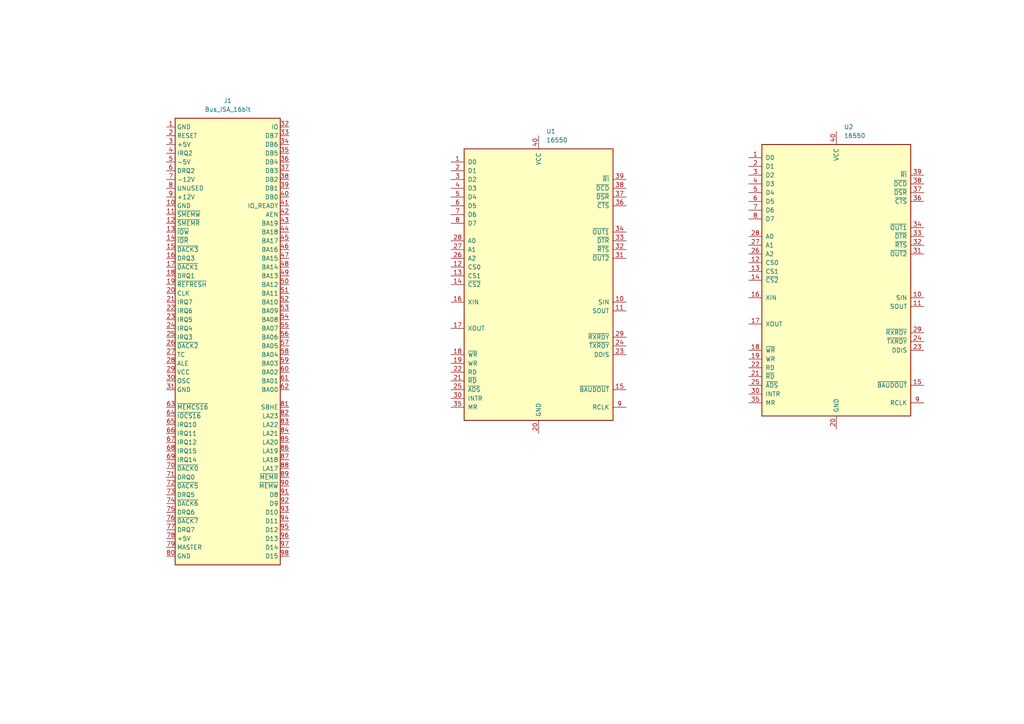
<source format=kicad_sch>
(kicad_sch (version 20231120) (generator "eeschema") (generator_version "8.0")
  (paper "A4")
  (lib_symbols
    (symbol "Connector:Bus_ISA_16bit"
      (property "Reference" "J" (at 0 67.945 0))
      (property "Value" "Bus_ISA_16bit" (at 0 -65.405 0))
      (symbol "Bus_ISA_16bit_0_1"
        (rectangle (start -15.24 -63.5) (end 15.24 66.04) (stroke (width 0.254)) (fill (type background)))
      )
      (symbol "Bus_ISA_16bit_1_1"
        (pin power_in line (at -17.78 63.5 0) (length 2.54) (name "GND") (number "1"))
        (pin power_in line (at -17.78 40.64 0) (length 2.54) (name "GND") (number "10"))
        (pin output line (at -17.78 38.1 0) (length 2.54) (name "~{SMEMW}") (number "11"))
        (pin output line (at -17.78 35.56 0) (length 2.54) (name "~{SMEMR}") (number "12"))
        (pin output line (at -17.78 33.02 0) (length 2.54) (name "~{IOW}") (number "13"))
        (pin output line (at -17.78 30.48 0) (length 2.54) (name "~{IOR}") (number "14"))
        (pin passive line (at -17.78 27.94 0) (length 2.54) (name "~{DACK3}") (number "15"))
        (pin passive line (at -17.78 25.4 0) (length 2.54) (name "DRQ3") (number "16"))
        (pin passive line (at -17.78 22.86 0) (length 2.54) (name "~{DACK1}") (number "17"))
        (pin passive line (at -17.78 20.32 0) (length 2.54) (name "DRQ1") (number "18"))
        (pin passive line (at -17.78 17.78 0) (length 2.54) (name "~{REFRESH}") (number "19"))
        (pin output line (at -17.78 60.96 0) (length 2.54) (name "RESET") (number "2"))
        (pin output line (at -17.78 15.24 0) (length 2.54) (name "CLK") (number "20"))
        (pin passive line (at -17.78 12.7 0) (length 2.54) (name "IRQ7") (number "21"))
        (pin passive line (at -17.78 10.16 0) (length 2.54) (name "IRQ6") (number "22"))
        (pin passive line (at -17.78 7.62 0) (length 2.54) (name "IRQ5") (number "23"))
        (pin passive line (at -17.78 5.08 0) (length 2.54) (name "IRQ4") (number "24"))
        (pin passive line (at -17.78 2.54 0) (length 2.54) (name "IRQ3") (number "25"))
        (pin passive line (at -17.78 0 0) (length 2.54) (name "~{DACK2}") (number "26"))
        (pin passive line (at -17.78 -2.54 0) (length 2.54) (name "TC") (number "27"))
        (pin output line (at -17.78 -5.08 0) (length 2.54) (name "ALE") (number "28"))
        (pin power_in line (at -17.78 -7.62 0) (length 2.54) (name "VCC") (number "29"))
        (pin power_in line (at -17.78 58.42 0) (length 2.54) (name "+5V") (number "3"))
        (pin output line (at -17.78 -10.16 0) (length 2.54) (name "OSC") (number "30"))
        (pin power_in line (at -17.78 -12.7 0) (length 2.54) (name "GND") (number "31"))
        (pin passive line (at 17.78 63.5 180) (length 2.54) (name "IO") (number "32"))
        (pin tri_state line (at 17.78 60.96 180) (length 2.54) (name "DB7") (number "33"))
        (pin tri_state line (at 17.78 58.42 180) (length 2.54) (name "DB6") (number "34"))
        (pin tri_state line (at 17.78 55.88 180) (length 2.54) (name "DB5") (number "35"))
        (pin tri_state line (at 17.78 53.34 180) (length 2.54) (name "DB4") (number "36"))
        (pin tri_state line (at 17.78 50.8 180) (length 2.54) (name "DB3") (number "37"))
        (pin tri_state line (at 17.78 48.26 180) (length 2.54) (name "DB2") (number "38"))
        (pin tri_state line (at 17.78 45.72 180) (length 2.54) (name "DB1") (number "39"))
        (pin passive line (at -17.78 55.88 0) (length 2.54) (name "IRQ2") (number "4"))
        (pin tri_state line (at 17.78 43.18 180) (length 2.54) (name "DB0") (number "40"))
        (pin passive line (at 17.78 40.64 180) (length 2.54) (name "IO_READY") (number "41"))
        (pin output line (at 17.78 38.1 180) (length 2.54) (name "AEN") (number "42"))
        (pin tri_state line (at 17.78 35.56 180) (length 2.54) (name "BA19") (number "43"))
        (pin tri_state line (at 17.78 33.02 180) (length 2.54) (name "BA18") (number "44"))
        (pin tri_state line (at 17.78 30.48 180) (length 2.54) (name "BA17") (number "45"))
        (pin tri_state line (at 17.78 27.94 180) (length 2.54) (name "BA16") (number "46"))
        (pin tri_state line (at 17.78 25.4 180) (length 2.54) (name "BA15") (number "47"))
        (pin tri_state line (at 17.78 22.86 180) (length 2.54) (name "BA14") (number "48"))
        (pin tri_state line (at 17.78 20.32 180) (length 2.54) (name "BA13") (number "49"))
        (pin power_in line (at -17.78 53.34 0) (length 2.54) (name "-5V") (number "5"))
        (pin tri_state line (at 17.78 17.78 180) (length 2.54) (name "BA12") (number "50"))
        (pin tri_state line (at 17.78 15.24 180) (length 2.54) (name "BA11") (number "51"))
        (pin tri_state line (at 17.78 12.7 180) (length 2.54) (name "BA10") (number "52"))
        (pin tri_state line (at 17.78 10.16 180) (length 2.54) (name "BA09") (number "53"))
        (pin tri_state line (at 17.78 7.62 180) (length 2.54) (name "BA08") (number "54"))
        (pin tri_state line (at 17.78 5.08 180) (length 2.54) (name "BA07") (number "55"))
        (pin tri_state line (at 17.78 2.54 180) (length 2.54) (name "BA06") (number "56"))
        (pin tri_state line (at 17.78 0 180) (length 2.54) (name "BA05") (number "57"))
        (pin tri_state line (at 17.78 -2.54 180) (length 2.54) (name "BA04") (number "58"))
        (pin tri_state line (at 17.78 -5.08 180) (length 2.54) (name "BA03") (number "59"))
        (pin passive line (at -17.78 50.8 0) (length 2.54) (name "DRQ2") (number "6"))
        (pin tri_state line (at 17.78 -7.62 180) (length 2.54) (name "BA02") (number "60"))
        (pin tri_state line (at 17.78 -10.16 180) (length 2.54) (name "BA01") (number "61"))
        (pin tri_state line (at 17.78 -12.7 180) (length 2.54) (name "BA00") (number "62"))
        (pin passive line (at -17.78 -17.78 0) (length 2.54) (name "~{MEMCS16}") (number "63"))
        (pin passive line (at -17.78 -20.32 0) (length 2.54) (name "~{IOCS16}") (number "64"))
        (pin passive line (at -17.78 -22.86 0) (length 2.54) (name "IRQ10") (number "65"))
        (pin passive line (at -17.78 -25.4 0) (length 2.54) (name "IRQ11") (number "66"))
        (pin passive line (at -17.78 -27.94 0) (length 2.54) (name "IRQ12") (number "67"))
        (pin passive line (at -17.78 -30.48 0) (length 2.54) (name "IRQ15") (number "68"))
        (pin passive line (at -17.78 -33.02 0) (length 2.54) (name "IRQ14") (number "69"))
        (pin power_in line (at -17.78 48.26 0) (length 2.54) (name "-12V") (number "7"))
        (pin output line (at -17.78 -35.56 0) (length 2.54) (name "~{DACK0}") (number "70"))
        (pin passive line (at -17.78 -38.1 0) (length 2.54) (name "DRQ0") (number "71"))
        (pin output line (at -17.78 -40.64 0) (length 2.54) (name "~{DACK5}") (number "72"))
        (pin passive line (at -17.78 -43.18 0) (length 2.54) (name "DRQ5") (number "73"))
        (pin output line (at -17.78 -45.72 0) (length 2.54) (name "~{DACK6}") (number "74"))
        (pin passive line (at -17.78 -48.26 0) (length 2.54) (name "DRQ6") (number "75"))
        (pin output line (at -17.78 -50.8 0) (length 2.54) (name "~{DACK7}") (number "76"))
        (pin passive line (at -17.78 -53.34 0) (length 2.54) (name "DRQ7") (number "77"))
        (pin power_in line (at -17.78 -55.88 0) (length 2.54) (name "+5V") (number "78"))
        (pin passive line (at -17.78 -58.42 0) (length 2.54) (name "MASTER") (number "79"))
        (pin passive line (at -17.78 45.72 0) (length 2.54) (name "UNUSED") (number "8"))
        (pin power_in line (at -17.78 -60.96 0) (length 2.54) (name "GND") (number "80"))
        (pin passive line (at 17.78 -17.78 180) (length 2.54) (name "SBHE") (number "81"))
        (pin passive line (at 17.78 -20.32 180) (length 2.54) (name "LA23") (number "82"))
        (pin passive line (at 17.78 -22.86 180) (length 2.54) (name "LA22") (number "83"))
        (pin passive line (at 17.78 -25.4 180) (length 2.54) (name "LA21") (number "84"))
        (pin passive line (at 17.78 -27.94 180) (length 2.54) (name "LA20") (number "85"))
        (pin passive line (at 17.78 -30.48 180) (length 2.54) (name "LA19") (number "86"))
        (pin passive line (at 17.78 -33.02 180) (length 2.54) (name "LA18") (number "87"))
        (pin passive line (at 17.78 -35.56 180) (length 2.54) (name "LA17") (number "88"))
        (pin output line (at 17.78 -38.1 180) (length 2.54) (name "~{MEMR}") (number "89"))
        (pin power_in line (at -17.78 43.18 0) (length 2.54) (name "+12V") (number "9"))
        (pin output line (at 17.78 -40.64 180) (length 2.54) (name "~{MEMW}") (number "90"))
        (pin tri_state line (at 17.78 -43.18 180) (length 2.54) (name "D8") (number "91"))
        (pin tri_state line (at 17.78 -45.72 180) (length 2.54) (name "D9") (number "92"))
        (pin tri_state line (at 17.78 -48.26 180) (length 2.54) (name "D10") (number "93"))
        (pin tri_state line (at 17.78 -50.8 180) (length 2.54) (name "D11") (number "94"))
        (pin tri_state line (at 17.78 -53.34 180) (length 2.54) (name "D12") (number "95"))
        (pin tri_state line (at 17.78 -55.88 180) (length 2.54) (name "D13") (number "96"))
        (pin tri_state line (at 17.78 -58.42 180) (length 2.54) (name "D14") (number "97"))
        (pin tri_state line (at 17.78 -60.96 180) (length 2.54) (name "D15") (number "98"))
      )
    )
    (symbol "Interface_UART:16550" (pin_names (offset 1.016))
      (property "Reference" "U" (at -21.59 40.64 0))
      (property "Value" "16550" (at 15.24 40.64 0))
      (symbol "16550_0_1"
        (rectangle (start -21.59 -39.37) (end 21.59 39.37) (stroke (width 0.254)) (fill (type background)))
      )
      (symbol "16550_1_1"
        (pin bidirectional line (at -25.4 35.56 0) (length 3.81) (name "D0") (number "1"))
        (pin input line (at 25.4 -5.08 180) (length 3.81) (name "SIN") (number "10"))
        (pin output line (at 25.4 -7.62 180) (length 3.81) (name "SOUT") (number "11"))
        (pin input line (at -25.4 5.08 0) (length 3.81) (name "CS0") (number "12"))
        (pin input line (at -25.4 2.54 0) (length 3.81) (name "CS1") (number "13"))
        (pin input line (at -25.4 0 0) (length 3.81) (name "~{CS2}") (number "14"))
        (pin output line (at 25.4 -30.48 180) (length 3.81) (name "~{BAUDOUT}") (number "15"))
        (pin input line (at -25.4 -5.08 0) (length 3.81) (name "XIN") (number "16"))
        (pin output line (at -25.4 -12.7 0) (length 3.81) (name "XOUT") (number "17"))
        (pin input line (at -25.4 -20.32 0) (length 3.81) (name "~{WR}") (number "18"))
        (pin input line (at -25.4 -22.86 0) (length 3.81) (name "WR") (number "19"))
        (pin bidirectional line (at -25.4 33.02 0) (length 3.81) (name "D1") (number "2"))
        (pin power_in line (at 0 -43.18 90) (length 3.81) (name "GND") (number "20"))
        (pin input line (at -25.4 -27.94 0) (length 3.81) (name "~{RD}") (number "21"))
        (pin input line (at -25.4 -25.4 0) (length 3.81) (name "RD") (number "22"))
        (pin output line (at 25.4 -20.32 180) (length 3.81) (name "DDIS") (number "23"))
        (pin output line (at 25.4 -17.78 180) (length 3.81) (name "~{TXRDY}") (number "24"))
        (pin input line (at -25.4 -30.48 0) (length 3.81) (name "~{ADS}") (number "25"))
        (pin input line (at -25.4 7.62 0) (length 3.81) (name "A2") (number "26"))
        (pin input line (at -25.4 10.16 0) (length 3.81) (name "A1") (number "27"))
        (pin input line (at -25.4 12.7 0) (length 3.81) (name "A0") (number "28"))
        (pin output line (at 25.4 -15.24 180) (length 3.81) (name "~{RXRDY}") (number "29"))
        (pin bidirectional line (at -25.4 30.48 0) (length 3.81) (name "D2") (number "3"))
        (pin output line (at -25.4 -33.02 0) (length 3.81) (name "INTR") (number "30"))
        (pin output line (at 25.4 7.62 180) (length 3.81) (name "~{OUT2}") (number "31"))
        (pin output line (at 25.4 10.16 180) (length 3.81) (name "~{RTS}") (number "32"))
        (pin output line (at 25.4 12.7 180) (length 3.81) (name "~{DTR}") (number "33"))
        (pin output line (at 25.4 15.24 180) (length 3.81) (name "~{OUT1}") (number "34"))
        (pin input line (at -25.4 -35.56 0) (length 3.81) (name "MR") (number "35"))
        (pin input line (at 25.4 22.86 180) (length 3.81) (name "~{CTS}") (number "36"))
        (pin input line (at 25.4 25.4 180) (length 3.81) (name "~{DSR}") (number "37"))
        (pin input line (at 25.4 27.94 180) (length 3.81) (name "~{DCD}") (number "38"))
        (pin input line (at 25.4 30.48 180) (length 3.81) (name "~{RI}") (number "39"))
        (pin bidirectional line (at -25.4 27.94 0) (length 3.81) (name "D3") (number "4"))
        (pin power_in line (at 0 43.18 270) (length 3.81) (name "VCC") (number "40"))
        (pin bidirectional line (at -25.4 25.4 0) (length 3.81) (name "D4") (number "5"))
        (pin bidirectional line (at -25.4 22.86 0) (length 3.81) (name "D5") (number "6"))
        (pin bidirectional line (at -25.4 20.32 0) (length 3.81) (name "D6") (number "7"))
        (pin bidirectional line (at -25.4 17.78 0) (length 3.81) (name "D7") (number "8"))
        (pin input line (at 25.4 -35.56 180) (length 3.81) (name "RCLK") (number "9"))
      )
    )
  )
  (symbol (lib_id "Interface_UART:16550") (at 242.57 81.28 0) (unit 1)
    (property "Reference" "U2" (at 244.7641 36.83 0) (effects (justify left)))
    (property "Value" "16550" (at 244.7641 39.37 0) (effects (justify left)))
    (property "Footprint" "Package_DIP:DIP-40_W15.24mm" (effects (hide yes)))
    (property "Datasheet" "http://www.ti.com/lit/ds/symlink/pc16550d.pdf" (effects (hide yes)))
    (property "Description" "PC16550D, Universal Asynchronous Receiver/Transmitter with FIFOs, PDIP-40" (effects (hide yes)))
  )
  (symbol (lib_id "Connector:Bus_ISA_16bit") (at 66.04 100.33 0) (unit 1)
    (property "Reference" "J1" (at 66.04 29.21 0))
    (property "Value" "Bus_ISA_16bit" (at 66.04 31.75 0))
    (property "Datasheet" "https://en.wikipedia.org/wiki/Industry_Standard_Architecture" (effects (hide yes)))
    (property "Description" "16-bit ISA-AT bus connector" (effects (hide yes)))
  )
  (symbol (lib_id "Interface_UART:16550") (at 156.21 82.55 0) (unit 1)
    (property "Reference" "U1" (at 158.4041 38.1 0) (effects (justify left)))
    (property "Value" "16550" (at 158.4041 40.64 0) (effects (justify left)))
    (property "Footprint" "Package_DIP:DIP-40_W15.24mm" (effects (hide yes)))
    (property "Datasheet" "http://www.ti.com/lit/ds/symlink/pc16550d.pdf" (effects (hide yes)))
    (property "Description" "PC16550D, Universal Asynchronous Receiver/Transmitter with FIFOs, PDIP-40" (effects (hide yes)))
  )
)
</source>
